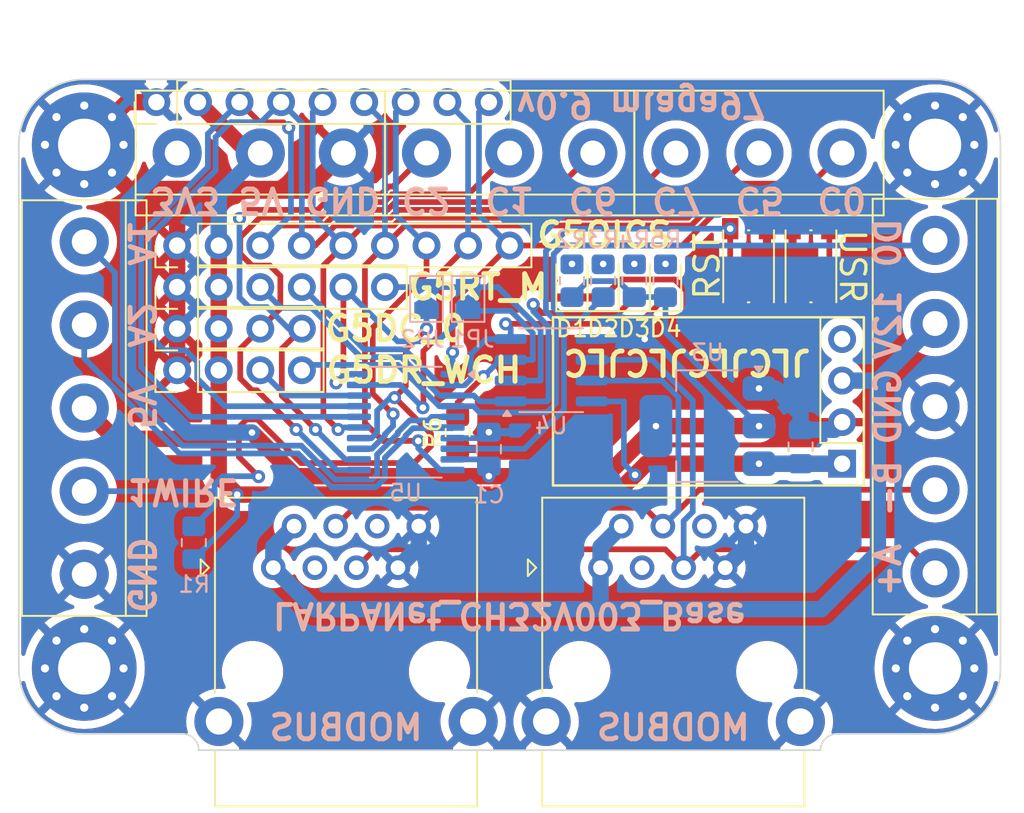
<source format=kicad_pcb>
(kicad_pcb
	(version 20240108)
	(generator "pcbnew")
	(generator_version "8.0")
	(general
		(thickness 1.6)
		(legacy_teardrops no)
	)
	(paper "A4")
	(layers
		(0 "F.Cu" signal "Front")
		(31 "B.Cu" signal "Back")
		(34 "B.Paste" user)
		(35 "F.Paste" user)
		(36 "B.SilkS" user "B.Silkscreen")
		(37 "F.SilkS" user "F.Silkscreen")
		(38 "B.Mask" user)
		(39 "F.Mask" user)
		(44 "Edge.Cuts" user)
		(45 "Margin" user)
		(46 "B.CrtYd" user "B.Courtyard")
		(47 "F.CrtYd" user "F.Courtyard")
		(49 "F.Fab" user)
	)
	(setup
		(stackup
			(layer "F.SilkS"
				(type "Top Silk Screen")
			)
			(layer "F.Paste"
				(type "Top Solder Paste")
			)
			(layer "F.Mask"
				(type "Top Solder Mask")
				(thickness 0.01)
			)
			(layer "F.Cu"
				(type "copper")
				(thickness 0.035)
			)
			(layer "dielectric 1"
				(type "core")
				(thickness 1.51)
				(material "FR4")
				(epsilon_r 4.5)
				(loss_tangent 0.02)
			)
			(layer "B.Cu"
				(type "copper")
				(thickness 0.035)
			)
			(layer "B.Mask"
				(type "Bottom Solder Mask")
				(thickness 0.01)
			)
			(layer "B.Paste"
				(type "Bottom Solder Paste")
			)
			(layer "B.SilkS"
				(type "Bottom Silk Screen")
			)
			(copper_finish "None")
			(dielectric_constraints no)
		)
		(pad_to_mask_clearance 0)
		(allow_soldermask_bridges_in_footprints no)
		(aux_axis_origin 100 150)
		(grid_origin 130 150)
		(pcbplotparams
			(layerselection 0x00010fc_ffffffff)
			(plot_on_all_layers_selection 0x0000000_00000000)
			(disableapertmacros no)
			(usegerberextensions no)
			(usegerberattributes yes)
			(usegerberadvancedattributes yes)
			(creategerberjobfile yes)
			(dashed_line_dash_ratio 12.000000)
			(dashed_line_gap_ratio 3.000000)
			(svgprecision 4)
			(plotframeref no)
			(viasonmask no)
			(mode 1)
			(useauxorigin no)
			(hpglpennumber 1)
			(hpglpenspeed 20)
			(hpglpendiameter 15.000000)
			(pdf_front_fp_property_popups yes)
			(pdf_back_fp_property_popups yes)
			(dxfpolygonmode yes)
			(dxfimperialunits yes)
			(dxfusepcbnewfont yes)
			(psnegative no)
			(psa4output no)
			(plotreference yes)
			(plotvalue yes)
			(plotfptext yes)
			(plotinvisibletext no)
			(sketchpadsonfab no)
			(subtractmaskfromsilk no)
			(outputformat 1)
			(mirror no)
			(drillshape 0)
			(scaleselection 1)
			(outputdirectory "Export/")
		)
	)
	(net 0 "")
	(net 1 "unconnected-(J1-Pad3)")
	(net 2 "unconnected-(J1-Pad6)")
	(net 3 "unconnected-(J2-Pad3)")
	(net 4 "unconnected-(J2-Pad6)")
	(net 5 "5V")
	(net 6 "GND")
	(net 7 "12V")
	(net 8 "unconnected-(J5-Pin_4-Pad4)")
	(net 9 "A+")
	(net 10 "B-")
	(net 11 "3.3V")
	(net 12 "DALLAS")
	(net 13 "MODBUS_TX")
	(net 14 "MODBUS_RX")
	(net 15 "SPI_SS")
	(net 16 "SPI_MOSI")
	(net 17 "Net-(D3-A)")
	(net 18 "Net-(D4-A)")
	(net 19 "MODBUS_RE")
	(net 20 "NRST")
	(net 21 "Net-(D1-A)")
	(net 22 "Net-(D2-A)")
	(net 23 "SPI_SCK")
	(net 24 "SPI_MISO")
	(net 25 "SDA")
	(net 26 "SCL")
	(net 27 "MODBUS_DE")
	(net 28 "SWIO")
	(net 29 "PC3")
	(net 30 "PA2")
	(net 31 "PD2")
	(net 32 "USER_BUTTON")
	(net 33 "PA1")
	(net 34 "STATUS_LED")
	(footprint "Connector_PinHeader_2.54mm:PinHeader_1x06_P2.54mm_Vertical" (layer "F.Cu") (at 109.68 122.695 90))
	(footprint "Button_Switch_SMD:SW_Push_1P1T_NO_CK_KMR2" (layer "F.Cu") (at 148.415 121.425 -90))
	(footprint "TerminalBlock:TerminalBlock_bornier-5_P5.08mm" (layer "F.Cu") (at 156 140.16 90))
	(footprint "LED_SMD:LED_0805_2012Metric_Pad1.15x1.40mm_HandSolder" (layer "F.Cu") (at 137.62 122.305 90))
	(footprint "TerminalBlock:TerminalBlock_bornier-5_P5.08mm" (layer "F.Cu") (at 104 140.25 90))
	(footprint "Resistor_SMD:R_0805_2012Metric_Pad1.20x1.40mm_HandSolder" (layer "F.Cu") (at 126.825 131.585 -90))
	(footprint "MountingHole:MountingHole_3.2mm_M3_Pad_Via" (layer "F.Cu") (at 104 114))
	(footprint "MountingHole:MountingHole_3.2mm_M3_Pad_Via" (layer "F.Cu") (at 156 146))
	(footprint "Button_Switch_SMD:SW_Push_1P1T_NO_CK_KMR2" (layer "F.Cu") (at 144.605 121.425 90))
	(footprint "LED_SMD:LED_0805_2012Metric_Pad1.15x1.40mm_HandSolder" (layer "F.Cu") (at 139.525 122.305 90))
	(footprint "Connector_PinHeader_2.54mm:PinHeader_1x04_P2.54mm_Vertical" (layer "F.Cu") (at 109.68 125.235 90))
	(footprint "Connector_RJ:RJ45_Ninigi_GE" (layer "F.Cu") (at 135.555 139.845))
	(footprint "LED_SMD:LED_0805_2012Metric_Pad1.15x1.40mm_HandSolder" (layer "F.Cu") (at 135.715 122.305 90))
	(footprint "Connector_PinHeader_2.54mm:PinHeader_1x04_P2.54mm_Vertical" (layer "F.Cu") (at 150.32 133.49 180))
	(footprint "Connector_PinHeader_2.54mm:PinHeader_1x09_P2.54mm_Vertical" (layer "F.Cu") (at 109.68 120.155 90))
	(footprint "LED_SMD:LED_0805_2012Metric_Pad1.15x1.40mm_HandSolder" (layer "F.Cu") (at 133.81 122.305 90))
	(footprint "MountingHole:MountingHole_3.2mm_M3_Pad_Via" (layer "F.Cu") (at 156 114))
	(footprint "TerminalBlock:TerminalBlock_bornier-3_P5.08mm" (layer "F.Cu") (at 140.16 114.5))
	(footprint "TerminalBlock:TerminalBlock_bornier-3_P5.08mm" (layer "F.Cu") (at 109.68 114.5))
	(footprint "Connector_RJ:RJ45_Ninigi_GE" (layer "F.Cu") (at 115.555 139.845))
	(footprint "MountingHole:MountingHole_3.2mm_M3_Pad_Via" (layer "F.Cu") (at 104 146))
	(footprint "TerminalBlock:TerminalBlock_bornier-3_P5.08mm" (layer "F.Cu") (at 124.92 114.5))
	(footprint "Connector_PinHeader_2.54mm:PinHeader_1x04_P2.54mm_Vertical" (layer "F.Cu") (at 109.68 127.775 90))
	(footprint "Connector_PinHeader_2.54mm:PinHeader_1x09_P2.54mm_Vertical" (layer "F.Cu") (at 108.41 111.392 90))
	(footprint "Capacitor_SMD:C_0805_2012Metric_Pad1.18x1.45mm_HandSolder" (layer "B.Cu") (at 147.78 132.4525 -90))
	(footprint "Resistor_SMD:R_0805_2012Metric_Pad1.20x1.40mm_HandSolder" (layer "B.Cu") (at 110.696 138.316 90))
	(footprint "Package_TO_SOT_SMD:SOT-223-3_TabPin2" (layer "B.Cu") (at 142.09 131.19 180))
	(footprint "Resistor_SMD:R_0805_2012Metric_Pad1.20x1.40mm_HandSolder" (layer "B.Cu") (at 135.715 122.305 -90))
	(footprint "Jumper:SolderJumper-2_P1.3mm_Open_TrianglePad1.0x1.5mm" (layer "B.Cu") (at 124.92 123.42 90))
	(footprint "Resistor_SMD:R_0805_2012Metric_Pad1.20x1.40mm_HandSolder" (layer "B.Cu") (at 133.81 122.305 -90))
	(footprint "Capacitor_SMD:C_0805_2012Metric_Pad1.18x1.45mm_HandSolder" (layer "B.Cu") (at 128.73 132.601 -90))
	(footprint "Resistor_SMD:R_0805_2012Metric_Pad1.20x1.40mm_HandSolder" (layer "B.Cu") (at 139.525 122.305 -90))
	(footprint "Jumper:SolderJumper-2_P1.3mm_Open_TrianglePad1.0x1.5mm" (layer "B.Cu") (at 127.46 123.42 90))
	(footprint "Resistor_SMD:R_0805_2012Metric_Pad1.20x1.40mm_HandSolder" (layer "B.Cu") (at 137.62 122.305 -90))
	(footprint "Package_SO:SOIC-8_3.9x4.9mm_P1.27mm" (layer "B.Cu") (at 132.54 127.775))
	(footprint "Package_SO:TSSOP-20_4.4x6.5mm_P0.65mm" (layer "B.Cu") (at 123.65 130.95 180))
	(gr_line
		(start 132.65 134.82)
		(end 151.65 134.82)
		(stroke
			(width 0.15)
			(type default)
		)
		(layer "F.SilkS")
		(uuid "0b1a308f-9c74-46c1-9a24-fa7714fa4099")
	)
	(gr_line
		(start 151.65 124.54)
		(end 132.65 124.54)
		(stroke
			(width 0.15)
			(type default)
		)
		(layer "F.SilkS")
		(uuid "1615be0a-12cc-4480-b9b0-8f8d37e438b6")
	)
	(gr_line
		(start 132.65 124.54)
		(end 132.65 134.82)
		(stroke
			(width 0.15)
			(type default)
		)
		(layer "F.SilkS")
		(uuid "3719f8f0-e78d-4c0f-9b0e-bab7b6b3404d")
	)
	(gr_line
		(start 151.65 134.82)
		(end 151.65 124.54)
		(stroke
			(width 0.15)
			(type default)
		)
		(layer "F.SilkS")
		(uuid "8bc36f85-5cc5-4696-b7ec-ac7217670064")
	)
	(gr_arc
		(start 110 150)
		(mid 110.707107 150.292893)
		(end 111 151)
		(stroke
			(width 0.1)
			(type default)
		)
		(layer "Edge.Cuts")
		(uuid "0f0644c0-976d-483a-85b0-b99da342a190")
	)
	(gr_arc
		(start 100 114)
		(mid 101.171573 111.171573)
		(end 104 110)
		(stroke
			(width 0.1)
			(type default)
		)
		(layer "Edge.Cuts")
		(uuid "1d201fa4-04b9-4ebf-9477-99bcfbab45ee")
	)
	(gr_arc
		(start 104 150)
		(mid 101.171573 148.828427)
		(end 100 146)
		(stroke
			(width 0.1)
			(type default)
		)
		(layer "Edge.Cuts")
		(uuid "2cefa996-f382-48d5-a8e8-abc00931f697")
	)
	(gr_arc
		(start 160 146)
		(mid 158.828427 148.828427)
		(end 156 150)
		(stroke
			(width 0.1)
			(type default)
		)
		(layer "Edge.Cuts")
		(uuid "64396ced-f94e-435f-be2a-68f098cbf559")
	)
	(gr_arc
		(start 156 110)
		(mid 158.828427 111.171573)
		(end 160 114)
		(stroke
			(width 0.1)
			(type default)
		)
		(layer "Edge.Cuts")
		(uuid "64f6e7a9-9ee1-43a9-b7cb-2c31d6f45b47")
	)
	(gr_line
		(start 149 151)
		(end 111 151)
		(stroke
			(width 0.1)
			(type default)
		)
		(layer "Edge.Cuts")
		(uuid "92ceba72-e370-403d-b41c-62b2ffa293da")
	)
	(gr_line
		(start 160 114)
		(end 160 146)
		(stroke
			(width 0.1)
			(type default)
		)
		(layer "Edge.Cuts")
		(uuid "9527b324-415a-4a51-b9d3-6e75489d4b15")
	)
	(gr_line
		(start 100 146)
		(end 100 114)
		(stroke
			(width 0.1)
			(type default)
		)
		(layer "Edge.Cuts")
		(uuid "c4eab485-e1a7-41a6-9330-789cecc2f5ce")
	)
	(gr_line
		(start 156 150)
		(end 150 150)
		(stroke
			(width 0.1)
			(type default)
		)
		(layer "Edge.Cuts")
		(uuid "d096185c-73f9-4f9c-aee1-8fba44399aee")
	)
	(gr_line
		(start 110 150)
		(end 104 150)
		(stroke
			(width 0.1)
			(type default)
		)
		(layer "Edge.Cuts")
		(uuid "e0f5456f-e71f-4680-9f6d-7133ae63d3b6")
	)
	(gr_line
		(start 104 110)
		(end 156 110)
		(stroke
			(width 0.1)
			(type default)
		)
		(layer "Edge.Cuts")
		(uuid "e4f177ab-5e83-4d03-b11b-67d99758d053")
	)
	(gr_arc
		(start 149 151)
		(mid 149.292893 150.292893)
		(end 150 150)
		(stroke
			(width 0.1)
			(type default)
		)
		(layer "Edge.Cuts")
		(uuid "ee7dde67-d1cc-4246-b5c1
... [315390 chars truncated]
</source>
